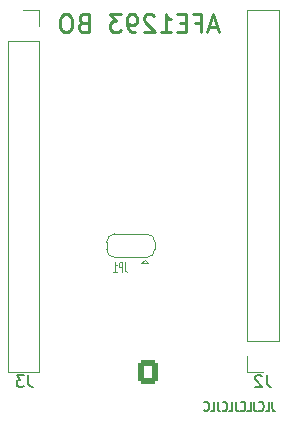
<source format=gbo>
G04 #@! TF.GenerationSoftware,KiCad,Pcbnew,7.0.1*
G04 #@! TF.CreationDate,2023-04-11T16:46:25+02:00*
G04 #@! TF.ProjectId,AFE_03,4146455f-3033-42e6-9b69-6361645f7063,rev?*
G04 #@! TF.SameCoordinates,Original*
G04 #@! TF.FileFunction,Legend,Bot*
G04 #@! TF.FilePolarity,Positive*
%FSLAX46Y46*%
G04 Gerber Fmt 4.6, Leading zero omitted, Abs format (unit mm)*
G04 Created by KiCad (PCBNEW 7.0.1) date 2023-04-11 16:46:25*
%MOMM*%
%LPD*%
G01*
G04 APERTURE LIST*
G04 Aperture macros list*
%AMRoundRect*
0 Rectangle with rounded corners*
0 $1 Rounding radius*
0 $2 $3 $4 $5 $6 $7 $8 $9 X,Y pos of 4 corners*
0 Add a 4 corners polygon primitive as box body*
4,1,4,$2,$3,$4,$5,$6,$7,$8,$9,$2,$3,0*
0 Add four circle primitives for the rounded corners*
1,1,$1+$1,$2,$3*
1,1,$1+$1,$4,$5*
1,1,$1+$1,$6,$7*
1,1,$1+$1,$8,$9*
0 Add four rect primitives between the rounded corners*
20,1,$1+$1,$2,$3,$4,$5,0*
20,1,$1+$1,$4,$5,$6,$7,0*
20,1,$1+$1,$6,$7,$8,$9,0*
20,1,$1+$1,$8,$9,$2,$3,0*%
%AMFreePoly0*
4,1,19,0.550000,-0.750000,0.000000,-0.750000,0.000000,-0.744911,-0.071157,-0.744911,-0.207708,-0.704816,-0.327430,-0.627875,-0.420627,-0.520320,-0.479746,-0.390866,-0.500000,-0.250000,-0.500000,0.250000,-0.479746,0.390866,-0.420627,0.520320,-0.327430,0.627875,-0.207708,0.704816,-0.071157,0.744911,0.000000,0.744911,0.000000,0.750000,0.550000,0.750000,0.550000,-0.750000,0.550000,-0.750000,
$1*%
%AMFreePoly1*
4,1,19,0.000000,0.744911,0.071157,0.744911,0.207708,0.704816,0.327430,0.627875,0.420627,0.520320,0.479746,0.390866,0.500000,0.250000,0.500000,-0.250000,0.479746,-0.390866,0.420627,-0.520320,0.327430,-0.627875,0.207708,-0.704816,0.071157,-0.744911,0.000000,-0.744911,0.000000,-0.750000,-0.550000,-0.750000,-0.550000,0.750000,0.000000,0.750000,0.000000,0.744911,0.000000,0.744911,
$1*%
G04 Aperture macros list end*
%ADD10C,0.250000*%
%ADD11C,0.150000*%
%ADD12C,0.125000*%
%ADD13C,0.120000*%
%ADD14RoundRect,0.250000X-0.600000X-0.725000X0.600000X-0.725000X0.600000X0.725000X-0.600000X0.725000X0*%
%ADD15O,1.700000X1.950000*%
%ADD16FreePoly0,180.000000*%
%ADD17R,1.000000X1.500000*%
%ADD18FreePoly1,180.000000*%
%ADD19R,1.700000X1.700000*%
%ADD20O,1.700000X1.700000*%
G04 APERTURE END LIST*
D10*
X106414285Y-36587857D02*
X105700000Y-36587857D01*
X106557142Y-37016428D02*
X106057142Y-35516428D01*
X106057142Y-35516428D02*
X105557142Y-37016428D01*
X104557143Y-36230714D02*
X105057143Y-36230714D01*
X105057143Y-37016428D02*
X105057143Y-35516428D01*
X105057143Y-35516428D02*
X104342857Y-35516428D01*
X103771429Y-36230714D02*
X103271429Y-36230714D01*
X103057143Y-37016428D02*
X103771429Y-37016428D01*
X103771429Y-37016428D02*
X103771429Y-35516428D01*
X103771429Y-35516428D02*
X103057143Y-35516428D01*
X101628571Y-37016428D02*
X102485714Y-37016428D01*
X102057143Y-37016428D02*
X102057143Y-35516428D01*
X102057143Y-35516428D02*
X102200000Y-35730714D01*
X102200000Y-35730714D02*
X102342857Y-35873571D01*
X102342857Y-35873571D02*
X102485714Y-35945000D01*
X101057143Y-35659285D02*
X100985715Y-35587857D01*
X100985715Y-35587857D02*
X100842858Y-35516428D01*
X100842858Y-35516428D02*
X100485715Y-35516428D01*
X100485715Y-35516428D02*
X100342858Y-35587857D01*
X100342858Y-35587857D02*
X100271429Y-35659285D01*
X100271429Y-35659285D02*
X100200000Y-35802142D01*
X100200000Y-35802142D02*
X100200000Y-35945000D01*
X100200000Y-35945000D02*
X100271429Y-36159285D01*
X100271429Y-36159285D02*
X101128572Y-37016428D01*
X101128572Y-37016428D02*
X100200000Y-37016428D01*
X99485715Y-37016428D02*
X99200001Y-37016428D01*
X99200001Y-37016428D02*
X99057144Y-36945000D01*
X99057144Y-36945000D02*
X98985715Y-36873571D01*
X98985715Y-36873571D02*
X98842858Y-36659285D01*
X98842858Y-36659285D02*
X98771429Y-36373571D01*
X98771429Y-36373571D02*
X98771429Y-35802142D01*
X98771429Y-35802142D02*
X98842858Y-35659285D01*
X98842858Y-35659285D02*
X98914287Y-35587857D01*
X98914287Y-35587857D02*
X99057144Y-35516428D01*
X99057144Y-35516428D02*
X99342858Y-35516428D01*
X99342858Y-35516428D02*
X99485715Y-35587857D01*
X99485715Y-35587857D02*
X99557144Y-35659285D01*
X99557144Y-35659285D02*
X99628572Y-35802142D01*
X99628572Y-35802142D02*
X99628572Y-36159285D01*
X99628572Y-36159285D02*
X99557144Y-36302142D01*
X99557144Y-36302142D02*
X99485715Y-36373571D01*
X99485715Y-36373571D02*
X99342858Y-36445000D01*
X99342858Y-36445000D02*
X99057144Y-36445000D01*
X99057144Y-36445000D02*
X98914287Y-36373571D01*
X98914287Y-36373571D02*
X98842858Y-36302142D01*
X98842858Y-36302142D02*
X98771429Y-36159285D01*
X98271430Y-35516428D02*
X97342858Y-35516428D01*
X97342858Y-35516428D02*
X97842858Y-36087857D01*
X97842858Y-36087857D02*
X97628573Y-36087857D01*
X97628573Y-36087857D02*
X97485716Y-36159285D01*
X97485716Y-36159285D02*
X97414287Y-36230714D01*
X97414287Y-36230714D02*
X97342858Y-36373571D01*
X97342858Y-36373571D02*
X97342858Y-36730714D01*
X97342858Y-36730714D02*
X97414287Y-36873571D01*
X97414287Y-36873571D02*
X97485716Y-36945000D01*
X97485716Y-36945000D02*
X97628573Y-37016428D01*
X97628573Y-37016428D02*
X98057144Y-37016428D01*
X98057144Y-37016428D02*
X98200001Y-36945000D01*
X98200001Y-36945000D02*
X98271430Y-36873571D01*
X95057145Y-36230714D02*
X94842859Y-36302142D01*
X94842859Y-36302142D02*
X94771430Y-36373571D01*
X94771430Y-36373571D02*
X94700002Y-36516428D01*
X94700002Y-36516428D02*
X94700002Y-36730714D01*
X94700002Y-36730714D02*
X94771430Y-36873571D01*
X94771430Y-36873571D02*
X94842859Y-36945000D01*
X94842859Y-36945000D02*
X94985716Y-37016428D01*
X94985716Y-37016428D02*
X95557145Y-37016428D01*
X95557145Y-37016428D02*
X95557145Y-35516428D01*
X95557145Y-35516428D02*
X95057145Y-35516428D01*
X95057145Y-35516428D02*
X94914288Y-35587857D01*
X94914288Y-35587857D02*
X94842859Y-35659285D01*
X94842859Y-35659285D02*
X94771430Y-35802142D01*
X94771430Y-35802142D02*
X94771430Y-35945000D01*
X94771430Y-35945000D02*
X94842859Y-36087857D01*
X94842859Y-36087857D02*
X94914288Y-36159285D01*
X94914288Y-36159285D02*
X95057145Y-36230714D01*
X95057145Y-36230714D02*
X95557145Y-36230714D01*
X93771430Y-35516428D02*
X93485716Y-35516428D01*
X93485716Y-35516428D02*
X93342859Y-35587857D01*
X93342859Y-35587857D02*
X93200002Y-35730714D01*
X93200002Y-35730714D02*
X93128573Y-36016428D01*
X93128573Y-36016428D02*
X93128573Y-36516428D01*
X93128573Y-36516428D02*
X93200002Y-36802142D01*
X93200002Y-36802142D02*
X93342859Y-36945000D01*
X93342859Y-36945000D02*
X93485716Y-37016428D01*
X93485716Y-37016428D02*
X93771430Y-37016428D01*
X93771430Y-37016428D02*
X93914288Y-36945000D01*
X93914288Y-36945000D02*
X94057145Y-36802142D01*
X94057145Y-36802142D02*
X94128573Y-36516428D01*
X94128573Y-36516428D02*
X94128573Y-36016428D01*
X94128573Y-36016428D02*
X94057145Y-35730714D01*
X94057145Y-35730714D02*
X93914288Y-35587857D01*
X93914288Y-35587857D02*
X93771430Y-35516428D01*
D11*
X111085714Y-68302095D02*
X111085714Y-68873523D01*
X111085714Y-68873523D02*
X111114285Y-68987809D01*
X111114285Y-68987809D02*
X111171428Y-69064000D01*
X111171428Y-69064000D02*
X111257142Y-69102095D01*
X111257142Y-69102095D02*
X111314285Y-69102095D01*
X110514285Y-69102095D02*
X110799999Y-69102095D01*
X110799999Y-69102095D02*
X110799999Y-68302095D01*
X109971428Y-69025904D02*
X110000000Y-69064000D01*
X110000000Y-69064000D02*
X110085714Y-69102095D01*
X110085714Y-69102095D02*
X110142857Y-69102095D01*
X110142857Y-69102095D02*
X110228571Y-69064000D01*
X110228571Y-69064000D02*
X110285714Y-68987809D01*
X110285714Y-68987809D02*
X110314285Y-68911619D01*
X110314285Y-68911619D02*
X110342857Y-68759238D01*
X110342857Y-68759238D02*
X110342857Y-68644952D01*
X110342857Y-68644952D02*
X110314285Y-68492571D01*
X110314285Y-68492571D02*
X110285714Y-68416380D01*
X110285714Y-68416380D02*
X110228571Y-68340190D01*
X110228571Y-68340190D02*
X110142857Y-68302095D01*
X110142857Y-68302095D02*
X110085714Y-68302095D01*
X110085714Y-68302095D02*
X110000000Y-68340190D01*
X110000000Y-68340190D02*
X109971428Y-68378285D01*
X109542857Y-68302095D02*
X109542857Y-68873523D01*
X109542857Y-68873523D02*
X109571428Y-68987809D01*
X109571428Y-68987809D02*
X109628571Y-69064000D01*
X109628571Y-69064000D02*
X109714285Y-69102095D01*
X109714285Y-69102095D02*
X109771428Y-69102095D01*
X108971428Y-69102095D02*
X109257142Y-69102095D01*
X109257142Y-69102095D02*
X109257142Y-68302095D01*
X108428571Y-69025904D02*
X108457143Y-69064000D01*
X108457143Y-69064000D02*
X108542857Y-69102095D01*
X108542857Y-69102095D02*
X108600000Y-69102095D01*
X108600000Y-69102095D02*
X108685714Y-69064000D01*
X108685714Y-69064000D02*
X108742857Y-68987809D01*
X108742857Y-68987809D02*
X108771428Y-68911619D01*
X108771428Y-68911619D02*
X108800000Y-68759238D01*
X108800000Y-68759238D02*
X108800000Y-68644952D01*
X108800000Y-68644952D02*
X108771428Y-68492571D01*
X108771428Y-68492571D02*
X108742857Y-68416380D01*
X108742857Y-68416380D02*
X108685714Y-68340190D01*
X108685714Y-68340190D02*
X108600000Y-68302095D01*
X108600000Y-68302095D02*
X108542857Y-68302095D01*
X108542857Y-68302095D02*
X108457143Y-68340190D01*
X108457143Y-68340190D02*
X108428571Y-68378285D01*
X108000000Y-68302095D02*
X108000000Y-68873523D01*
X108000000Y-68873523D02*
X108028571Y-68987809D01*
X108028571Y-68987809D02*
X108085714Y-69064000D01*
X108085714Y-69064000D02*
X108171428Y-69102095D01*
X108171428Y-69102095D02*
X108228571Y-69102095D01*
X107428571Y-69102095D02*
X107714285Y-69102095D01*
X107714285Y-69102095D02*
X107714285Y-68302095D01*
X106885714Y-69025904D02*
X106914286Y-69064000D01*
X106914286Y-69064000D02*
X107000000Y-69102095D01*
X107000000Y-69102095D02*
X107057143Y-69102095D01*
X107057143Y-69102095D02*
X107142857Y-69064000D01*
X107142857Y-69064000D02*
X107200000Y-68987809D01*
X107200000Y-68987809D02*
X107228571Y-68911619D01*
X107228571Y-68911619D02*
X107257143Y-68759238D01*
X107257143Y-68759238D02*
X107257143Y-68644952D01*
X107257143Y-68644952D02*
X107228571Y-68492571D01*
X107228571Y-68492571D02*
X107200000Y-68416380D01*
X107200000Y-68416380D02*
X107142857Y-68340190D01*
X107142857Y-68340190D02*
X107057143Y-68302095D01*
X107057143Y-68302095D02*
X107000000Y-68302095D01*
X107000000Y-68302095D02*
X106914286Y-68340190D01*
X106914286Y-68340190D02*
X106885714Y-68378285D01*
X106457143Y-68302095D02*
X106457143Y-68873523D01*
X106457143Y-68873523D02*
X106485714Y-68987809D01*
X106485714Y-68987809D02*
X106542857Y-69064000D01*
X106542857Y-69064000D02*
X106628571Y-69102095D01*
X106628571Y-69102095D02*
X106685714Y-69102095D01*
X105885714Y-69102095D02*
X106171428Y-69102095D01*
X106171428Y-69102095D02*
X106171428Y-68302095D01*
X105342857Y-69025904D02*
X105371429Y-69064000D01*
X105371429Y-69064000D02*
X105457143Y-69102095D01*
X105457143Y-69102095D02*
X105514286Y-69102095D01*
X105514286Y-69102095D02*
X105600000Y-69064000D01*
X105600000Y-69064000D02*
X105657143Y-68987809D01*
X105657143Y-68987809D02*
X105685714Y-68911619D01*
X105685714Y-68911619D02*
X105714286Y-68759238D01*
X105714286Y-68759238D02*
X105714286Y-68644952D01*
X105714286Y-68644952D02*
X105685714Y-68492571D01*
X105685714Y-68492571D02*
X105657143Y-68416380D01*
X105657143Y-68416380D02*
X105600000Y-68340190D01*
X105600000Y-68340190D02*
X105514286Y-68302095D01*
X105514286Y-68302095D02*
X105457143Y-68302095D01*
X105457143Y-68302095D02*
X105371429Y-68340190D01*
X105371429Y-68340190D02*
X105342857Y-68378285D01*
D12*
X98616666Y-56520095D02*
X98616666Y-57091523D01*
X98616666Y-57091523D02*
X98640475Y-57205809D01*
X98640475Y-57205809D02*
X98688094Y-57282000D01*
X98688094Y-57282000D02*
X98759523Y-57320095D01*
X98759523Y-57320095D02*
X98807142Y-57320095D01*
X98378571Y-57320095D02*
X98378571Y-56520095D01*
X98378571Y-56520095D02*
X98188095Y-56520095D01*
X98188095Y-56520095D02*
X98140476Y-56558190D01*
X98140476Y-56558190D02*
X98116666Y-56596285D01*
X98116666Y-56596285D02*
X98092857Y-56672476D01*
X98092857Y-56672476D02*
X98092857Y-56786761D01*
X98092857Y-56786761D02*
X98116666Y-56862952D01*
X98116666Y-56862952D02*
X98140476Y-56901047D01*
X98140476Y-56901047D02*
X98188095Y-56939142D01*
X98188095Y-56939142D02*
X98378571Y-56939142D01*
X97616666Y-57320095D02*
X97902380Y-57320095D01*
X97759523Y-57320095D02*
X97759523Y-56520095D01*
X97759523Y-56520095D02*
X97807142Y-56634380D01*
X97807142Y-56634380D02*
X97854761Y-56710571D01*
X97854761Y-56710571D02*
X97902380Y-56748666D01*
D11*
X110633333Y-66062619D02*
X110633333Y-66776904D01*
X110633333Y-66776904D02*
X110680952Y-66919761D01*
X110680952Y-66919761D02*
X110776190Y-67015000D01*
X110776190Y-67015000D02*
X110919047Y-67062619D01*
X110919047Y-67062619D02*
X111014285Y-67062619D01*
X110204761Y-66157857D02*
X110157142Y-66110238D01*
X110157142Y-66110238D02*
X110061904Y-66062619D01*
X110061904Y-66062619D02*
X109823809Y-66062619D01*
X109823809Y-66062619D02*
X109728571Y-66110238D01*
X109728571Y-66110238D02*
X109680952Y-66157857D01*
X109680952Y-66157857D02*
X109633333Y-66253095D01*
X109633333Y-66253095D02*
X109633333Y-66348333D01*
X109633333Y-66348333D02*
X109680952Y-66491190D01*
X109680952Y-66491190D02*
X110252380Y-67062619D01*
X110252380Y-67062619D02*
X109633333Y-67062619D01*
X90433333Y-66062619D02*
X90433333Y-66776904D01*
X90433333Y-66776904D02*
X90480952Y-66919761D01*
X90480952Y-66919761D02*
X90576190Y-67015000D01*
X90576190Y-67015000D02*
X90719047Y-67062619D01*
X90719047Y-67062619D02*
X90814285Y-67062619D01*
X90052380Y-66062619D02*
X89433333Y-66062619D01*
X89433333Y-66062619D02*
X89766666Y-66443571D01*
X89766666Y-66443571D02*
X89623809Y-66443571D01*
X89623809Y-66443571D02*
X89528571Y-66491190D01*
X89528571Y-66491190D02*
X89480952Y-66538809D01*
X89480952Y-66538809D02*
X89433333Y-66634047D01*
X89433333Y-66634047D02*
X89433333Y-66872142D01*
X89433333Y-66872142D02*
X89480952Y-66967380D01*
X89480952Y-66967380D02*
X89528571Y-67015000D01*
X89528571Y-67015000D02*
X89623809Y-67062619D01*
X89623809Y-67062619D02*
X89909523Y-67062619D01*
X89909523Y-67062619D02*
X90004761Y-67015000D01*
X90004761Y-67015000D02*
X90052380Y-66967380D01*
D13*
X101150000Y-55400000D02*
X101150000Y-54800000D01*
X100600000Y-56600000D02*
X100000000Y-56600000D01*
X100500000Y-54100000D02*
X97700000Y-54100000D01*
X100300000Y-56300000D02*
X100600000Y-56600000D01*
X100300000Y-56300000D02*
X100000000Y-56600000D01*
X97700000Y-56100000D02*
X100500000Y-56100000D01*
X97050000Y-54800000D02*
X97050000Y-55400000D01*
X100450000Y-56100000D02*
G75*
G03*
X101150000Y-55400000I1J699999D01*
G01*
X101150000Y-54800000D02*
G75*
G03*
X100450000Y-54100000I-699999J1D01*
G01*
X97050000Y-55400000D02*
G75*
G03*
X97750000Y-56100000I700000J0D01*
G01*
X97750000Y-54100000D02*
G75*
G03*
X97050000Y-54800000I0J-700000D01*
G01*
X108970000Y-35170000D02*
X111630000Y-35170000D01*
X108970000Y-63170000D02*
X108970000Y-35170000D01*
X108970000Y-63170000D02*
X111630000Y-63170000D01*
X108970000Y-64440000D02*
X108970000Y-65770000D01*
X108970000Y-65770000D02*
X110300000Y-65770000D01*
X111630000Y-63170000D02*
X111630000Y-35170000D01*
X91330000Y-65770000D02*
X88670000Y-65770000D01*
X91330000Y-37770000D02*
X91330000Y-65770000D01*
X91330000Y-37770000D02*
X88670000Y-37770000D01*
X91330000Y-36500000D02*
X91330000Y-35170000D01*
X91330000Y-35170000D02*
X90000000Y-35170000D01*
X88670000Y-37770000D02*
X88670000Y-65770000D01*
%LPC*%
D14*
X100600000Y-65800000D03*
D15*
X103100000Y-65800000D03*
X105600000Y-65800000D03*
D16*
X100400000Y-55100000D03*
D17*
X99100000Y-55100000D03*
D18*
X97800000Y-55100000D03*
D19*
X110300000Y-64440000D03*
D20*
X110300000Y-61900000D03*
X110300000Y-59360000D03*
X110300000Y-56820000D03*
X110300000Y-54280000D03*
X110300000Y-51740000D03*
X110300000Y-49200000D03*
X110300000Y-46660000D03*
X110300000Y-44120000D03*
X110300000Y-41580000D03*
X110300000Y-39040000D03*
X110300000Y-36500000D03*
D19*
X90000000Y-36500000D03*
D20*
X90000000Y-39040000D03*
X90000000Y-41580000D03*
X90000000Y-44120000D03*
X90000000Y-46660000D03*
X90000000Y-49200000D03*
X90000000Y-51740000D03*
X90000000Y-54280000D03*
X90000000Y-56820000D03*
X90000000Y-59360000D03*
X90000000Y-61900000D03*
X90000000Y-64440000D03*
M02*

</source>
